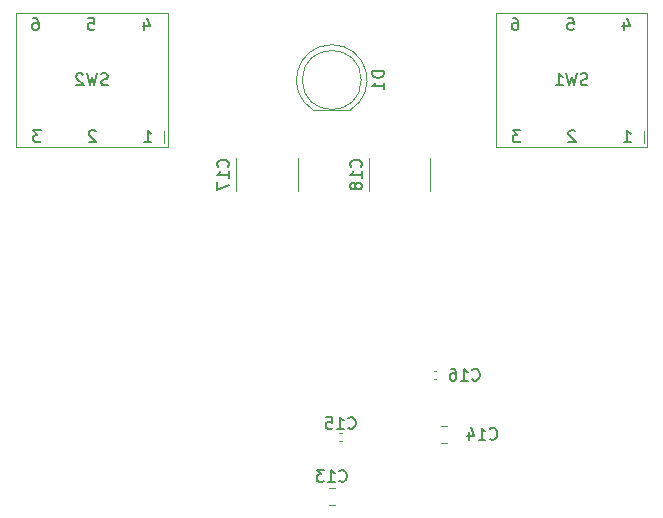
<source format=gbr>
%TF.GenerationSoftware,KiCad,Pcbnew,8.0.0*%
%TF.CreationDate,2024-04-22T22:36:35-07:00*%
%TF.ProjectId,rat-v2,7261742d-7632-42e6-9b69-6361645f7063,rev?*%
%TF.SameCoordinates,Original*%
%TF.FileFunction,Legend,Bot*%
%TF.FilePolarity,Positive*%
%FSLAX46Y46*%
G04 Gerber Fmt 4.6, Leading zero omitted, Abs format (unit mm)*
G04 Created by KiCad (PCBNEW 8.0.0) date 2024-04-22 22:36:35*
%MOMM*%
%LPD*%
G01*
G04 APERTURE LIST*
%ADD10C,0.150000*%
%ADD11C,0.120000*%
%ADD12C,0.100000*%
G04 APERTURE END LIST*
D10*
X85459580Y-105357142D02*
X85507200Y-105309523D01*
X85507200Y-105309523D02*
X85554819Y-105166666D01*
X85554819Y-105166666D02*
X85554819Y-105071428D01*
X85554819Y-105071428D02*
X85507200Y-104928571D01*
X85507200Y-104928571D02*
X85411961Y-104833333D01*
X85411961Y-104833333D02*
X85316723Y-104785714D01*
X85316723Y-104785714D02*
X85126247Y-104738095D01*
X85126247Y-104738095D02*
X84983390Y-104738095D01*
X84983390Y-104738095D02*
X84792914Y-104785714D01*
X84792914Y-104785714D02*
X84697676Y-104833333D01*
X84697676Y-104833333D02*
X84602438Y-104928571D01*
X84602438Y-104928571D02*
X84554819Y-105071428D01*
X84554819Y-105071428D02*
X84554819Y-105166666D01*
X84554819Y-105166666D02*
X84602438Y-105309523D01*
X84602438Y-105309523D02*
X84650057Y-105357142D01*
X85554819Y-106309523D02*
X85554819Y-105738095D01*
X85554819Y-106023809D02*
X84554819Y-106023809D01*
X84554819Y-106023809D02*
X84697676Y-105928571D01*
X84697676Y-105928571D02*
X84792914Y-105833333D01*
X84792914Y-105833333D02*
X84840533Y-105738095D01*
X84983390Y-106880952D02*
X84935771Y-106785714D01*
X84935771Y-106785714D02*
X84888152Y-106738095D01*
X84888152Y-106738095D02*
X84792914Y-106690476D01*
X84792914Y-106690476D02*
X84745295Y-106690476D01*
X84745295Y-106690476D02*
X84650057Y-106738095D01*
X84650057Y-106738095D02*
X84602438Y-106785714D01*
X84602438Y-106785714D02*
X84554819Y-106880952D01*
X84554819Y-106880952D02*
X84554819Y-107071428D01*
X84554819Y-107071428D02*
X84602438Y-107166666D01*
X84602438Y-107166666D02*
X84650057Y-107214285D01*
X84650057Y-107214285D02*
X84745295Y-107261904D01*
X84745295Y-107261904D02*
X84792914Y-107261904D01*
X84792914Y-107261904D02*
X84888152Y-107214285D01*
X84888152Y-107214285D02*
X84935771Y-107166666D01*
X84935771Y-107166666D02*
X84983390Y-107071428D01*
X84983390Y-107071428D02*
X84983390Y-106880952D01*
X84983390Y-106880952D02*
X85031009Y-106785714D01*
X85031009Y-106785714D02*
X85078628Y-106738095D01*
X85078628Y-106738095D02*
X85173866Y-106690476D01*
X85173866Y-106690476D02*
X85364342Y-106690476D01*
X85364342Y-106690476D02*
X85459580Y-106738095D01*
X85459580Y-106738095D02*
X85507200Y-106785714D01*
X85507200Y-106785714D02*
X85554819Y-106880952D01*
X85554819Y-106880952D02*
X85554819Y-107071428D01*
X85554819Y-107071428D02*
X85507200Y-107166666D01*
X85507200Y-107166666D02*
X85459580Y-107214285D01*
X85459580Y-107214285D02*
X85364342Y-107261904D01*
X85364342Y-107261904D02*
X85173866Y-107261904D01*
X85173866Y-107261904D02*
X85078628Y-107214285D01*
X85078628Y-107214285D02*
X85031009Y-107166666D01*
X85031009Y-107166666D02*
X84983390Y-107071428D01*
X74209580Y-105357142D02*
X74257200Y-105309523D01*
X74257200Y-105309523D02*
X74304819Y-105166666D01*
X74304819Y-105166666D02*
X74304819Y-105071428D01*
X74304819Y-105071428D02*
X74257200Y-104928571D01*
X74257200Y-104928571D02*
X74161961Y-104833333D01*
X74161961Y-104833333D02*
X74066723Y-104785714D01*
X74066723Y-104785714D02*
X73876247Y-104738095D01*
X73876247Y-104738095D02*
X73733390Y-104738095D01*
X73733390Y-104738095D02*
X73542914Y-104785714D01*
X73542914Y-104785714D02*
X73447676Y-104833333D01*
X73447676Y-104833333D02*
X73352438Y-104928571D01*
X73352438Y-104928571D02*
X73304819Y-105071428D01*
X73304819Y-105071428D02*
X73304819Y-105166666D01*
X73304819Y-105166666D02*
X73352438Y-105309523D01*
X73352438Y-105309523D02*
X73400057Y-105357142D01*
X74304819Y-106309523D02*
X74304819Y-105738095D01*
X74304819Y-106023809D02*
X73304819Y-106023809D01*
X73304819Y-106023809D02*
X73447676Y-105928571D01*
X73447676Y-105928571D02*
X73542914Y-105833333D01*
X73542914Y-105833333D02*
X73590533Y-105738095D01*
X73304819Y-106642857D02*
X73304819Y-107309523D01*
X73304819Y-107309523D02*
X74304819Y-106880952D01*
X96392857Y-128359580D02*
X96440476Y-128407200D01*
X96440476Y-128407200D02*
X96583333Y-128454819D01*
X96583333Y-128454819D02*
X96678571Y-128454819D01*
X96678571Y-128454819D02*
X96821428Y-128407200D01*
X96821428Y-128407200D02*
X96916666Y-128311961D01*
X96916666Y-128311961D02*
X96964285Y-128216723D01*
X96964285Y-128216723D02*
X97011904Y-128026247D01*
X97011904Y-128026247D02*
X97011904Y-127883390D01*
X97011904Y-127883390D02*
X96964285Y-127692914D01*
X96964285Y-127692914D02*
X96916666Y-127597676D01*
X96916666Y-127597676D02*
X96821428Y-127502438D01*
X96821428Y-127502438D02*
X96678571Y-127454819D01*
X96678571Y-127454819D02*
X96583333Y-127454819D01*
X96583333Y-127454819D02*
X96440476Y-127502438D01*
X96440476Y-127502438D02*
X96392857Y-127550057D01*
X95440476Y-128454819D02*
X96011904Y-128454819D01*
X95726190Y-128454819D02*
X95726190Y-127454819D01*
X95726190Y-127454819D02*
X95821428Y-127597676D01*
X95821428Y-127597676D02*
X95916666Y-127692914D01*
X95916666Y-127692914D02*
X96011904Y-127740533D01*
X94583333Y-127788152D02*
X94583333Y-128454819D01*
X94821428Y-127407200D02*
X95059523Y-128121485D01*
X95059523Y-128121485D02*
X94440476Y-128121485D01*
X84392857Y-127449580D02*
X84440476Y-127497200D01*
X84440476Y-127497200D02*
X84583333Y-127544819D01*
X84583333Y-127544819D02*
X84678571Y-127544819D01*
X84678571Y-127544819D02*
X84821428Y-127497200D01*
X84821428Y-127497200D02*
X84916666Y-127401961D01*
X84916666Y-127401961D02*
X84964285Y-127306723D01*
X84964285Y-127306723D02*
X85011904Y-127116247D01*
X85011904Y-127116247D02*
X85011904Y-126973390D01*
X85011904Y-126973390D02*
X84964285Y-126782914D01*
X84964285Y-126782914D02*
X84916666Y-126687676D01*
X84916666Y-126687676D02*
X84821428Y-126592438D01*
X84821428Y-126592438D02*
X84678571Y-126544819D01*
X84678571Y-126544819D02*
X84583333Y-126544819D01*
X84583333Y-126544819D02*
X84440476Y-126592438D01*
X84440476Y-126592438D02*
X84392857Y-126640057D01*
X83440476Y-127544819D02*
X84011904Y-127544819D01*
X83726190Y-127544819D02*
X83726190Y-126544819D01*
X83726190Y-126544819D02*
X83821428Y-126687676D01*
X83821428Y-126687676D02*
X83916666Y-126782914D01*
X83916666Y-126782914D02*
X84011904Y-126830533D01*
X82535714Y-126544819D02*
X83011904Y-126544819D01*
X83011904Y-126544819D02*
X83059523Y-127021009D01*
X83059523Y-127021009D02*
X83011904Y-126973390D01*
X83011904Y-126973390D02*
X82916666Y-126925771D01*
X82916666Y-126925771D02*
X82678571Y-126925771D01*
X82678571Y-126925771D02*
X82583333Y-126973390D01*
X82583333Y-126973390D02*
X82535714Y-127021009D01*
X82535714Y-127021009D02*
X82488095Y-127116247D01*
X82488095Y-127116247D02*
X82488095Y-127354342D01*
X82488095Y-127354342D02*
X82535714Y-127449580D01*
X82535714Y-127449580D02*
X82583333Y-127497200D01*
X82583333Y-127497200D02*
X82678571Y-127544819D01*
X82678571Y-127544819D02*
X82916666Y-127544819D01*
X82916666Y-127544819D02*
X83011904Y-127497200D01*
X83011904Y-127497200D02*
X83059523Y-127449580D01*
X94892857Y-123359580D02*
X94940476Y-123407200D01*
X94940476Y-123407200D02*
X95083333Y-123454819D01*
X95083333Y-123454819D02*
X95178571Y-123454819D01*
X95178571Y-123454819D02*
X95321428Y-123407200D01*
X95321428Y-123407200D02*
X95416666Y-123311961D01*
X95416666Y-123311961D02*
X95464285Y-123216723D01*
X95464285Y-123216723D02*
X95511904Y-123026247D01*
X95511904Y-123026247D02*
X95511904Y-122883390D01*
X95511904Y-122883390D02*
X95464285Y-122692914D01*
X95464285Y-122692914D02*
X95416666Y-122597676D01*
X95416666Y-122597676D02*
X95321428Y-122502438D01*
X95321428Y-122502438D02*
X95178571Y-122454819D01*
X95178571Y-122454819D02*
X95083333Y-122454819D01*
X95083333Y-122454819D02*
X94940476Y-122502438D01*
X94940476Y-122502438D02*
X94892857Y-122550057D01*
X93940476Y-123454819D02*
X94511904Y-123454819D01*
X94226190Y-123454819D02*
X94226190Y-122454819D01*
X94226190Y-122454819D02*
X94321428Y-122597676D01*
X94321428Y-122597676D02*
X94416666Y-122692914D01*
X94416666Y-122692914D02*
X94511904Y-122740533D01*
X93083333Y-122454819D02*
X93273809Y-122454819D01*
X93273809Y-122454819D02*
X93369047Y-122502438D01*
X93369047Y-122502438D02*
X93416666Y-122550057D01*
X93416666Y-122550057D02*
X93511904Y-122692914D01*
X93511904Y-122692914D02*
X93559523Y-122883390D01*
X93559523Y-122883390D02*
X93559523Y-123264342D01*
X93559523Y-123264342D02*
X93511904Y-123359580D01*
X93511904Y-123359580D02*
X93464285Y-123407200D01*
X93464285Y-123407200D02*
X93369047Y-123454819D01*
X93369047Y-123454819D02*
X93178571Y-123454819D01*
X93178571Y-123454819D02*
X93083333Y-123407200D01*
X93083333Y-123407200D02*
X93035714Y-123359580D01*
X93035714Y-123359580D02*
X92988095Y-123264342D01*
X92988095Y-123264342D02*
X92988095Y-123026247D01*
X92988095Y-123026247D02*
X93035714Y-122931009D01*
X93035714Y-122931009D02*
X93083333Y-122883390D01*
X93083333Y-122883390D02*
X93178571Y-122835771D01*
X93178571Y-122835771D02*
X93369047Y-122835771D01*
X93369047Y-122835771D02*
X93464285Y-122883390D01*
X93464285Y-122883390D02*
X93511904Y-122931009D01*
X93511904Y-122931009D02*
X93559523Y-123026247D01*
X83642857Y-131929580D02*
X83690476Y-131977200D01*
X83690476Y-131977200D02*
X83833333Y-132024819D01*
X83833333Y-132024819D02*
X83928571Y-132024819D01*
X83928571Y-132024819D02*
X84071428Y-131977200D01*
X84071428Y-131977200D02*
X84166666Y-131881961D01*
X84166666Y-131881961D02*
X84214285Y-131786723D01*
X84214285Y-131786723D02*
X84261904Y-131596247D01*
X84261904Y-131596247D02*
X84261904Y-131453390D01*
X84261904Y-131453390D02*
X84214285Y-131262914D01*
X84214285Y-131262914D02*
X84166666Y-131167676D01*
X84166666Y-131167676D02*
X84071428Y-131072438D01*
X84071428Y-131072438D02*
X83928571Y-131024819D01*
X83928571Y-131024819D02*
X83833333Y-131024819D01*
X83833333Y-131024819D02*
X83690476Y-131072438D01*
X83690476Y-131072438D02*
X83642857Y-131120057D01*
X82690476Y-132024819D02*
X83261904Y-132024819D01*
X82976190Y-132024819D02*
X82976190Y-131024819D01*
X82976190Y-131024819D02*
X83071428Y-131167676D01*
X83071428Y-131167676D02*
X83166666Y-131262914D01*
X83166666Y-131262914D02*
X83261904Y-131310533D01*
X82357142Y-131024819D02*
X81738095Y-131024819D01*
X81738095Y-131024819D02*
X82071428Y-131405771D01*
X82071428Y-131405771D02*
X81928571Y-131405771D01*
X81928571Y-131405771D02*
X81833333Y-131453390D01*
X81833333Y-131453390D02*
X81785714Y-131501009D01*
X81785714Y-131501009D02*
X81738095Y-131596247D01*
X81738095Y-131596247D02*
X81738095Y-131834342D01*
X81738095Y-131834342D02*
X81785714Y-131929580D01*
X81785714Y-131929580D02*
X81833333Y-131977200D01*
X81833333Y-131977200D02*
X81928571Y-132024819D01*
X81928571Y-132024819D02*
X82214285Y-132024819D01*
X82214285Y-132024819D02*
X82309523Y-131977200D01*
X82309523Y-131977200D02*
X82357142Y-131929580D01*
X104633332Y-98407200D02*
X104490475Y-98454819D01*
X104490475Y-98454819D02*
X104252380Y-98454819D01*
X104252380Y-98454819D02*
X104157142Y-98407200D01*
X104157142Y-98407200D02*
X104109523Y-98359580D01*
X104109523Y-98359580D02*
X104061904Y-98264342D01*
X104061904Y-98264342D02*
X104061904Y-98169104D01*
X104061904Y-98169104D02*
X104109523Y-98073866D01*
X104109523Y-98073866D02*
X104157142Y-98026247D01*
X104157142Y-98026247D02*
X104252380Y-97978628D01*
X104252380Y-97978628D02*
X104442856Y-97931009D01*
X104442856Y-97931009D02*
X104538094Y-97883390D01*
X104538094Y-97883390D02*
X104585713Y-97835771D01*
X104585713Y-97835771D02*
X104633332Y-97740533D01*
X104633332Y-97740533D02*
X104633332Y-97645295D01*
X104633332Y-97645295D02*
X104585713Y-97550057D01*
X104585713Y-97550057D02*
X104538094Y-97502438D01*
X104538094Y-97502438D02*
X104442856Y-97454819D01*
X104442856Y-97454819D02*
X104204761Y-97454819D01*
X104204761Y-97454819D02*
X104061904Y-97502438D01*
X103728570Y-97454819D02*
X103490475Y-98454819D01*
X103490475Y-98454819D02*
X103299999Y-97740533D01*
X103299999Y-97740533D02*
X103109523Y-98454819D01*
X103109523Y-98454819D02*
X102871428Y-97454819D01*
X101966666Y-98454819D02*
X102538094Y-98454819D01*
X102252380Y-98454819D02*
X102252380Y-97454819D01*
X102252380Y-97454819D02*
X102347618Y-97597676D01*
X102347618Y-97597676D02*
X102442856Y-97692914D01*
X102442856Y-97692914D02*
X102538094Y-97740533D01*
X107739411Y-103269819D02*
X108310839Y-103269819D01*
X108025125Y-103269819D02*
X108025125Y-102269819D01*
X108025125Y-102269819D02*
X108120363Y-102412676D01*
X108120363Y-102412676D02*
X108215601Y-102507914D01*
X108215601Y-102507914D02*
X108310839Y-102555533D01*
X98334649Y-92769819D02*
X98525125Y-92769819D01*
X98525125Y-92769819D02*
X98620363Y-92817438D01*
X98620363Y-92817438D02*
X98667982Y-92865057D01*
X98667982Y-92865057D02*
X98763220Y-93007914D01*
X98763220Y-93007914D02*
X98810839Y-93198390D01*
X98810839Y-93198390D02*
X98810839Y-93579342D01*
X98810839Y-93579342D02*
X98763220Y-93674580D01*
X98763220Y-93674580D02*
X98715601Y-93722200D01*
X98715601Y-93722200D02*
X98620363Y-93769819D01*
X98620363Y-93769819D02*
X98429887Y-93769819D01*
X98429887Y-93769819D02*
X98334649Y-93722200D01*
X98334649Y-93722200D02*
X98287030Y-93674580D01*
X98287030Y-93674580D02*
X98239411Y-93579342D01*
X98239411Y-93579342D02*
X98239411Y-93341247D01*
X98239411Y-93341247D02*
X98287030Y-93246009D01*
X98287030Y-93246009D02*
X98334649Y-93198390D01*
X98334649Y-93198390D02*
X98429887Y-93150771D01*
X98429887Y-93150771D02*
X98620363Y-93150771D01*
X98620363Y-93150771D02*
X98715601Y-93198390D01*
X98715601Y-93198390D02*
X98763220Y-93246009D01*
X98763220Y-93246009D02*
X98810839Y-93341247D01*
X103610839Y-102365057D02*
X103563220Y-102317438D01*
X103563220Y-102317438D02*
X103467982Y-102269819D01*
X103467982Y-102269819D02*
X103229887Y-102269819D01*
X103229887Y-102269819D02*
X103134649Y-102317438D01*
X103134649Y-102317438D02*
X103087030Y-102365057D01*
X103087030Y-102365057D02*
X103039411Y-102460295D01*
X103039411Y-102460295D02*
X103039411Y-102555533D01*
X103039411Y-102555533D02*
X103087030Y-102698390D01*
X103087030Y-102698390D02*
X103658458Y-103269819D01*
X103658458Y-103269819D02*
X103039411Y-103269819D01*
X102987030Y-92769819D02*
X103463220Y-92769819D01*
X103463220Y-92769819D02*
X103510839Y-93246009D01*
X103510839Y-93246009D02*
X103463220Y-93198390D01*
X103463220Y-93198390D02*
X103367982Y-93150771D01*
X103367982Y-93150771D02*
X103129887Y-93150771D01*
X103129887Y-93150771D02*
X103034649Y-93198390D01*
X103034649Y-93198390D02*
X102987030Y-93246009D01*
X102987030Y-93246009D02*
X102939411Y-93341247D01*
X102939411Y-93341247D02*
X102939411Y-93579342D01*
X102939411Y-93579342D02*
X102987030Y-93674580D01*
X102987030Y-93674580D02*
X103034649Y-93722200D01*
X103034649Y-93722200D02*
X103129887Y-93769819D01*
X103129887Y-93769819D02*
X103367982Y-93769819D01*
X103367982Y-93769819D02*
X103463220Y-93722200D01*
X103463220Y-93722200D02*
X103510839Y-93674580D01*
X107734649Y-93103152D02*
X107734649Y-93769819D01*
X107972744Y-92722200D02*
X108210839Y-93436485D01*
X108210839Y-93436485D02*
X107591792Y-93436485D01*
X98958458Y-102269819D02*
X98339411Y-102269819D01*
X98339411Y-102269819D02*
X98672744Y-102650771D01*
X98672744Y-102650771D02*
X98529887Y-102650771D01*
X98529887Y-102650771D02*
X98434649Y-102698390D01*
X98434649Y-102698390D02*
X98387030Y-102746009D01*
X98387030Y-102746009D02*
X98339411Y-102841247D01*
X98339411Y-102841247D02*
X98339411Y-103079342D01*
X98339411Y-103079342D02*
X98387030Y-103174580D01*
X98387030Y-103174580D02*
X98434649Y-103222200D01*
X98434649Y-103222200D02*
X98529887Y-103269819D01*
X98529887Y-103269819D02*
X98815601Y-103269819D01*
X98815601Y-103269819D02*
X98910839Y-103222200D01*
X98910839Y-103222200D02*
X98958458Y-103174580D01*
X64033332Y-98407200D02*
X63890475Y-98454819D01*
X63890475Y-98454819D02*
X63652380Y-98454819D01*
X63652380Y-98454819D02*
X63557142Y-98407200D01*
X63557142Y-98407200D02*
X63509523Y-98359580D01*
X63509523Y-98359580D02*
X63461904Y-98264342D01*
X63461904Y-98264342D02*
X63461904Y-98169104D01*
X63461904Y-98169104D02*
X63509523Y-98073866D01*
X63509523Y-98073866D02*
X63557142Y-98026247D01*
X63557142Y-98026247D02*
X63652380Y-97978628D01*
X63652380Y-97978628D02*
X63842856Y-97931009D01*
X63842856Y-97931009D02*
X63938094Y-97883390D01*
X63938094Y-97883390D02*
X63985713Y-97835771D01*
X63985713Y-97835771D02*
X64033332Y-97740533D01*
X64033332Y-97740533D02*
X64033332Y-97645295D01*
X64033332Y-97645295D02*
X63985713Y-97550057D01*
X63985713Y-97550057D02*
X63938094Y-97502438D01*
X63938094Y-97502438D02*
X63842856Y-97454819D01*
X63842856Y-97454819D02*
X63604761Y-97454819D01*
X63604761Y-97454819D02*
X63461904Y-97502438D01*
X63128570Y-97454819D02*
X62890475Y-98454819D01*
X62890475Y-98454819D02*
X62699999Y-97740533D01*
X62699999Y-97740533D02*
X62509523Y-98454819D01*
X62509523Y-98454819D02*
X62271428Y-97454819D01*
X61938094Y-97550057D02*
X61890475Y-97502438D01*
X61890475Y-97502438D02*
X61795237Y-97454819D01*
X61795237Y-97454819D02*
X61557142Y-97454819D01*
X61557142Y-97454819D02*
X61461904Y-97502438D01*
X61461904Y-97502438D02*
X61414285Y-97550057D01*
X61414285Y-97550057D02*
X61366666Y-97645295D01*
X61366666Y-97645295D02*
X61366666Y-97740533D01*
X61366666Y-97740533D02*
X61414285Y-97883390D01*
X61414285Y-97883390D02*
X61985713Y-98454819D01*
X61985713Y-98454819D02*
X61366666Y-98454819D01*
X67139411Y-103269819D02*
X67710839Y-103269819D01*
X67425125Y-103269819D02*
X67425125Y-102269819D01*
X67425125Y-102269819D02*
X67520363Y-102412676D01*
X67520363Y-102412676D02*
X67615601Y-102507914D01*
X67615601Y-102507914D02*
X67710839Y-102555533D01*
X58358458Y-102269819D02*
X57739411Y-102269819D01*
X57739411Y-102269819D02*
X58072744Y-102650771D01*
X58072744Y-102650771D02*
X57929887Y-102650771D01*
X57929887Y-102650771D02*
X57834649Y-102698390D01*
X57834649Y-102698390D02*
X57787030Y-102746009D01*
X57787030Y-102746009D02*
X57739411Y-102841247D01*
X57739411Y-102841247D02*
X57739411Y-103079342D01*
X57739411Y-103079342D02*
X57787030Y-103174580D01*
X57787030Y-103174580D02*
X57834649Y-103222200D01*
X57834649Y-103222200D02*
X57929887Y-103269819D01*
X57929887Y-103269819D02*
X58215601Y-103269819D01*
X58215601Y-103269819D02*
X58310839Y-103222200D01*
X58310839Y-103222200D02*
X58358458Y-103174580D01*
X67134649Y-93103152D02*
X67134649Y-93769819D01*
X67372744Y-92722200D02*
X67610839Y-93436485D01*
X67610839Y-93436485D02*
X66991792Y-93436485D01*
X57734649Y-92769819D02*
X57925125Y-92769819D01*
X57925125Y-92769819D02*
X58020363Y-92817438D01*
X58020363Y-92817438D02*
X58067982Y-92865057D01*
X58067982Y-92865057D02*
X58163220Y-93007914D01*
X58163220Y-93007914D02*
X58210839Y-93198390D01*
X58210839Y-93198390D02*
X58210839Y-93579342D01*
X58210839Y-93579342D02*
X58163220Y-93674580D01*
X58163220Y-93674580D02*
X58115601Y-93722200D01*
X58115601Y-93722200D02*
X58020363Y-93769819D01*
X58020363Y-93769819D02*
X57829887Y-93769819D01*
X57829887Y-93769819D02*
X57734649Y-93722200D01*
X57734649Y-93722200D02*
X57687030Y-93674580D01*
X57687030Y-93674580D02*
X57639411Y-93579342D01*
X57639411Y-93579342D02*
X57639411Y-93341247D01*
X57639411Y-93341247D02*
X57687030Y-93246009D01*
X57687030Y-93246009D02*
X57734649Y-93198390D01*
X57734649Y-93198390D02*
X57829887Y-93150771D01*
X57829887Y-93150771D02*
X58020363Y-93150771D01*
X58020363Y-93150771D02*
X58115601Y-93198390D01*
X58115601Y-93198390D02*
X58163220Y-93246009D01*
X58163220Y-93246009D02*
X58210839Y-93341247D01*
X63010839Y-102365057D02*
X62963220Y-102317438D01*
X62963220Y-102317438D02*
X62867982Y-102269819D01*
X62867982Y-102269819D02*
X62629887Y-102269819D01*
X62629887Y-102269819D02*
X62534649Y-102317438D01*
X62534649Y-102317438D02*
X62487030Y-102365057D01*
X62487030Y-102365057D02*
X62439411Y-102460295D01*
X62439411Y-102460295D02*
X62439411Y-102555533D01*
X62439411Y-102555533D02*
X62487030Y-102698390D01*
X62487030Y-102698390D02*
X63058458Y-103269819D01*
X63058458Y-103269819D02*
X62439411Y-103269819D01*
X62387030Y-92769819D02*
X62863220Y-92769819D01*
X62863220Y-92769819D02*
X62910839Y-93246009D01*
X62910839Y-93246009D02*
X62863220Y-93198390D01*
X62863220Y-93198390D02*
X62767982Y-93150771D01*
X62767982Y-93150771D02*
X62529887Y-93150771D01*
X62529887Y-93150771D02*
X62434649Y-93198390D01*
X62434649Y-93198390D02*
X62387030Y-93246009D01*
X62387030Y-93246009D02*
X62339411Y-93341247D01*
X62339411Y-93341247D02*
X62339411Y-93579342D01*
X62339411Y-93579342D02*
X62387030Y-93674580D01*
X62387030Y-93674580D02*
X62434649Y-93722200D01*
X62434649Y-93722200D02*
X62529887Y-93769819D01*
X62529887Y-93769819D02*
X62767982Y-93769819D01*
X62767982Y-93769819D02*
X62863220Y-93722200D01*
X62863220Y-93722200D02*
X62910839Y-93674580D01*
X87414819Y-97266905D02*
X86414819Y-97266905D01*
X86414819Y-97266905D02*
X86414819Y-97505000D01*
X86414819Y-97505000D02*
X86462438Y-97647857D01*
X86462438Y-97647857D02*
X86557676Y-97743095D01*
X86557676Y-97743095D02*
X86652914Y-97790714D01*
X86652914Y-97790714D02*
X86843390Y-97838333D01*
X86843390Y-97838333D02*
X86986247Y-97838333D01*
X86986247Y-97838333D02*
X87176723Y-97790714D01*
X87176723Y-97790714D02*
X87271961Y-97743095D01*
X87271961Y-97743095D02*
X87367200Y-97647857D01*
X87367200Y-97647857D02*
X87414819Y-97505000D01*
X87414819Y-97505000D02*
X87414819Y-97266905D01*
X87414819Y-98790714D02*
X87414819Y-98219286D01*
X87414819Y-98505000D02*
X86414819Y-98505000D01*
X86414819Y-98505000D02*
X86557676Y-98409762D01*
X86557676Y-98409762D02*
X86652914Y-98314524D01*
X86652914Y-98314524D02*
X86700533Y-98219286D01*
D11*
%TO.C,C18*%
X86140000Y-107415748D02*
X86140000Y-104584252D01*
X91360000Y-107415748D02*
X91360000Y-104584252D01*
%TO.C,C17*%
X74890000Y-107415748D02*
X74890000Y-104584252D01*
X80110000Y-107415748D02*
X80110000Y-104584252D01*
%TO.C,C14*%
X92238748Y-127265000D02*
X92761252Y-127265000D01*
X92238748Y-128735000D02*
X92761252Y-128735000D01*
%TO.C,C15*%
X83634165Y-127890000D02*
X83865835Y-127890000D01*
X83634165Y-128610000D02*
X83865835Y-128610000D01*
%TO.C,C16*%
X91865835Y-123360000D02*
X91634165Y-123360000D01*
X91865835Y-122640000D02*
X91634165Y-122640000D01*
%TO.C,C13*%
X82738748Y-132515000D02*
X83261252Y-132515000D01*
X82738748Y-133985000D02*
X83261252Y-133985000D01*
D12*
%TO.C,SW1*%
X96900000Y-92300000D02*
X96900000Y-103700000D01*
X96900000Y-92300000D02*
X109700000Y-92300000D01*
X96900000Y-103700000D02*
X109700000Y-103700000D01*
D11*
X109400000Y-103300000D02*
X109400000Y-102300000D01*
D12*
X109700000Y-92300000D02*
X109700000Y-103700000D01*
%TO.C,SW2*%
X56300000Y-92300000D02*
X56300000Y-103700000D01*
X56300000Y-92300000D02*
X69100000Y-92300000D01*
X56300000Y-103700000D02*
X69100000Y-103700000D01*
D11*
X68800000Y-103300000D02*
X68800000Y-102300000D01*
D12*
X69100000Y-92300000D02*
X69100000Y-103700000D01*
D11*
%TO.C,D1*%
X81455000Y-100565000D02*
X84545000Y-100565000D01*
X81455170Y-100564999D02*
G75*
G02*
X83000462Y-95015001I1544830J2559999D01*
G01*
X82999538Y-95015000D02*
G75*
G02*
X84544830Y-100565000I462J-2990000D01*
G01*
X85500000Y-98005000D02*
G75*
G02*
X80500000Y-98005000I-2500000J0D01*
G01*
X80500000Y-98005000D02*
G75*
G02*
X85500000Y-98005000I2500000J0D01*
G01*
%TD*%
M02*

</source>
